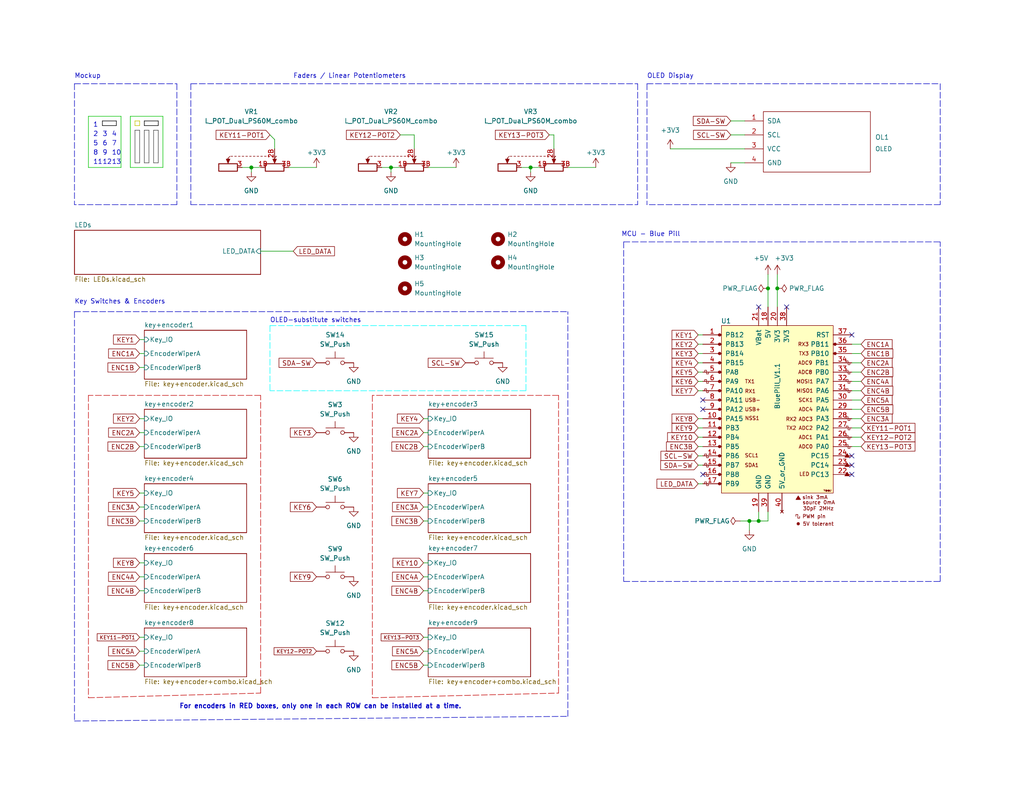
<source format=kicad_sch>
(kicad_sch (version 20211123) (generator eeschema)
  (paper "USLetter")
  (title_block (rev "v${revision}"))
  (lib_symbols
    (symbol "Mechanical:MountingHole" (pin_names (offset 1.016))
      (property "Reference" "H" (at 0 5.08 0))
      (property "Value" "MountingHole" (at 0 3.175 0))
      (symbol "MountingHole_0_1"
        (circle (center 0 0) (radius 1.27) (stroke (width 1.27)))
      )
    )
    (symbol "PS60 Linear Potentiometer:L_POT_Dual_PS60M_combo" (pin_names (offset 1.016) hide)
      (property "Reference" "VR" (at 0 8.89 0))
      (property "Value" "L_POT_Dual_PS60M_combo" (at 0 6.985 0))
      (symbol "L_POT_Dual_PS60M_combo_0_1"
        (rectangle (start -8.89 -1.524) (end -3.81 -3.556) (stroke (width 0.254)))
        (polyline (pts (xy -6.35 0) (xy -6.35 -1.016)))
        (polyline (pts (xy -6.35 0) (xy -6.35 -1.016)))
        (polyline (pts (xy -6.35 0) (xy -5.842 0.508)))
        (polyline (pts (xy -5.588 0.508) (xy -5.08 0.508)))
        (polyline (pts (xy -4.572 0.508) (xy -4.064 0.508)))
        (polyline (pts (xy -3.556 0.508) (xy -3.048 0.508)))
        (polyline (pts (xy -2.54 0.508) (xy -2.032 0.508)))
        (polyline (pts (xy -1.524 0.508) (xy -1.016 0.508)))
        (polyline (pts (xy -0.508 0.508) (xy 0 0.508)))
        (polyline (pts (xy 0.508 0.508) (xy 1.016 0.508)))
        (polyline (pts (xy 1.524 0.508) (xy 2.032 0.508)))
        (polyline (pts (xy 2.54 0.508) (xy 3.048 0.508)))
        (polyline (pts (xy 3.556 0.508) (xy 4.064 0.508)))
        (polyline (pts (xy 4.572 0.508) (xy 5.08 0.508)))
        (polyline (pts (xy 5.588 0.508) (xy 6.096 0.508)))
        (polyline (pts (xy 6.35 0) (xy 6.35 -1.016)))
        (polyline (pts (xy 6.35 0) (xy 6.35 -1.016)))
        (polyline (pts (xy 6.604 0.508) (xy 6.858 0.508) (xy 6.35 0)))
        (polyline (pts (xy -6.35 -1.397) (xy -6.858 -0.254) (xy -5.842 -0.254) (xy -6.35 -1.397)) (fill (type outline)))
        (polyline (pts (xy 6.35 -1.397) (xy 5.842 -0.254) (xy 6.858 -0.254) (xy 6.35 -1.397)) (fill (type outline)))
        (rectangle (start 3.81 -1.524) (end 8.89 -3.556) (stroke (width 0.254)))
      )
      (symbol "L_POT_Dual_PS60M_combo_1_1"
        (pin passive line (at 2.54 -2.54 0) (length 1.27) (name "1B") (number "1B"))
        (pin passive line (at 6.35 2.54 270) (length 2.54) (name "2B") (number "2B"))
        (pin passive line (at -2.54 -2.54 180) (length 1.27) (name "3") (number "3"))
        (pin passive line (at 10.16 -2.54 180) (length 1.27) (name "3B") (number "3B"))
      )
    )
    (symbol "Switch:SW_Push" (pin_numbers hide) (pin_names (offset 1.016) hide)
      (property "Reference" "SW" (at 1.27 2.54 0))
      (property "Value" "SW_Push" (at 0 -1.524 0))
      (symbol "SW_Push_0_1"
        (circle (center -2.032 0) (radius 0.508))
        (polyline (pts (xy 0 1.27) (xy 0 3.048)))
        (polyline (pts (xy 2.54 1.27) (xy -2.54 1.27)))
        (circle (center 2.032 0) (radius 0.508))
        (pin passive line (at -5.08 0 0) (length 2.54) (name "1") (number "1"))
        (pin passive line (at 5.08 0 180) (length 2.54) (name "2") (number "2"))
      )
    )
    (symbol "YAAJ_BluePill_modified:YAAJ_BluePill_BHTS" (pin_names (offset 1.016))
      (property "Reference" "U" (at -13.97 24.13 0))
      (property "Value" "YAAJ_BluePill_BHTS" (at 0 6.35 90))
      (symbol "YAAJ_BluePill_BHTS_0_0"
        (circle (center -15.748 -20.32) (radius 0.3556) (fill (type outline)))
        (circle (center -15.748 -17.78) (radius 0.3556) (fill (type outline)))
        (circle (center -15.748 -15.24) (radius 0.3556) (fill (type outline)))
        (circle (center -15.748 -12.7) (radius 0.3556) (fill (type outline)))
        (circle (center -15.748 -10.16) (radius 0.3556) (fill (type outline)))
        (circle (center -15.748 -7.62) (radius 0.3556) (fill (type outline)))
        (circle (center -15.748 -5.08) (radius 0.3556) (fill (type outline)))
        (circle (center -15.748 -2.54) (radius 0.3556) (fill (type outline)))
        (circle (center -15.748 0) (radius 0.3556) (fill (type outline)))
        (circle (center -15.748 2.54) (radius 0.3556) (fill (type outline)))
        (circle (center -15.748 5.08) (radius 0.3556) (fill (type outline)))
        (circle (center -15.748 7.62) (radius 0.3556) (fill (type outline)))
        (circle (center -15.748 10.16) (radius 0.3556) (fill (type outline)))
        (circle (center -15.748 12.7) (radius 0.3556) (fill (type outline)))
        (circle (center -15.748 15.24) (radius 0.3556) (fill (type outline)))
        (circle (center -15.748 20.32) (radius 0.3556) (fill (type outline)))
        (polyline (pts (xy 5.08 -24.638) (xy 5.715 -23.622) (xy 6.35 -24.638) (xy 5.08 -24.638) (xy 5.715 -23.749) (xy 6.223 -24.638) (xy 5.207 -24.511) (xy 5.715 -23.876) (xy 6.096 -24.638) (xy 5.334 -24.384) (xy 5.842 -24.003) (xy 5.969 -24.638) (xy 5.461 -24.257) (xy 5.969 -24.13) (xy 5.842 -24.511) (xy 5.588 -24.257) (xy 5.842 -24.384) (xy 5.715 -24.13)))
        (polyline (pts (xy 18.415 -18.161) (xy 19.05 -17.145) (xy 19.685 -18.161) (xy 18.415 -18.161) (xy 19.05 -17.272) (xy 19.558 -18.161) (xy 18.542 -18.034) (xy 19.05 -17.399) (xy 19.431 -18.161) (xy 18.669 -17.907) (xy 19.177 -17.526) (xy 19.304 -18.161) (xy 18.796 -17.78) (xy 19.304 -17.653) (xy 19.177 -18.034) (xy 18.923 -17.78) (xy 19.177 -17.907) (xy 19.05 -17.653)))
        (polyline (pts (xy 18.415 -15.621) (xy 19.05 -14.605) (xy 19.685 -15.621) (xy 18.415 -15.621) (xy 19.05 -14.732) (xy 19.558 -15.621) (xy 18.542 -15.494) (xy 19.05 -14.859) (xy 19.431 -15.621) (xy 18.669 -15.367) (xy 19.177 -14.986) (xy 19.304 -15.621) (xy 18.796 -15.24) (xy 19.304 -15.113) (xy 19.177 -15.494) (xy 18.923 -15.24) (xy 19.177 -15.367) (xy 19.05 -15.113)))
        (polyline (pts (xy 18.415 -13.081) (xy 19.05 -12.065) (xy 19.685 -13.081) (xy 18.415 -13.081) (xy 19.05 -12.192) (xy 19.558 -13.081) (xy 18.542 -12.954) (xy 19.05 -12.319) (xy 19.431 -13.081) (xy 18.669 -12.827) (xy 19.177 -12.446) (xy 19.304 -13.081) (xy 18.796 -12.7) (xy 19.304 -12.573) (xy 19.177 -12.954) (xy 18.923 -12.7) (xy 19.177 -12.827) (xy 19.05 -12.573)))
        (circle (center 5.715 -31.242) (radius 0.127) (fill (type outline)))
        (circle (center 5.715 -31.242) (radius 0.254))
        (circle (center 5.715 -31.242) (radius 0.3556))
        (circle (center 15.748 15.24) (radius 0.254) (fill (type outline)))
        (circle (center 15.748 15.24) (radius 0.3556))
        (circle (center 15.748 17.78) (radius 0.254) (fill (type outline)))
        (circle (center 15.748 17.78) (radius 0.3556))
        (text "30pF 2MHz" (at 11.176 -27.051 0) (effects (font (size 0.9906 0.9906))))
        (text "5V tolerant" (at 11.176 -31.242 0) (effects (font (size 0.9906 0.9906))))
        (text "ADC0" (at 7.747 -10.16 0) (effects (font (size 0.9906 0.9906))))
        (text "ADC1" (at 7.747 -7.62 0) (effects (font (size 0.9906 0.9906))))
        (text "ADC2" (at 7.747 -5.08 0) (effects (font (size 0.9906 0.9906))))
        (text "ADC3" (at 7.747 -2.667 0) (effects (font (size 0.9906 0.9906))))
        (text "ADC4" (at 7.747 0 0) (effects (font (size 0.9906 0.9906))))
        (text "ADC8" (at 7.62 10.16 0) (effects (font (size 0.9906 0.9906))))
        (text "ADC9" (at 7.62 12.7 0) (effects (font (size 0.9906 0.9906))))
        (text "LED" (at 7.366 -17.653 0) (effects (font (size 0.9906 0.9906))))
        (text "MISO1" (at 7.493 5.08 0) (effects (font (size 0.9906 0.9906))))
        (text "MOSI1" (at 7.493 7.62 0) (effects (font (size 0.9906 0.9906))))
        (text "NSS1" (at -6.858 -2.413 0) (effects (font (size 0.9906 0.9906))))
        (text "PWM pin" (at 10.033 -29.21 0) (effects (font (size 0.9906 0.9906))))
        (text "RX1" (at -7.366 4.953 0) (effects (font (size 0.9906 0.9906))))
        (text "RX2" (at 3.81 -2.667 0) (effects (font (size 0.9906 0.9906))))
        (text "RX3" (at 7.112 17.78 0) (effects (font (size 0.9906 0.9906))))
        (text "SCK1" (at 7.747 2.54 0) (effects (font (size 0.9906 0.9906))))
        (text "SCL1" (at -6.985 -12.573 0) (effects (font (size 0.9906 0.9906))))
        (text "SDA1" (at -6.985 -15.24 0) (effects (font (size 0.9906 0.9906))))
        (text "sink 3mA" (at 10.287 -24.003 0) (effects (font (size 0.9906 0.9906))))
        (text "source 0mA" (at 11.303 -25.4 0) (effects (font (size 0.9906 0.9906))))
        (text "TX1" (at -7.493 7.62 0) (effects (font (size 0.9906 0.9906))))
        (text "TX2" (at 3.81 -5.08 0) (effects (font (size 0.9906 0.9906))))
        (text "TX3" (at 7.239 15.24 0) (effects (font (size 0.9906 0.9906))))
        (text "USB+" (at -6.731 0 0) (effects (font (size 0.9906 0.9906))))
        (text "USB-" (at -6.731 2.54 0) (effects (font (size 0.9906 0.9906))))
        (text "Y@@J" (at 13.6906 -22.1488 0) (effects (font (size 0.508 0.508))))
      )
      (symbol "YAAJ_BluePill_BHTS_0_1"
        (rectangle (start -15.24 22.86) (end 15.24 -22.86) (fill (type background)))
        (polyline (pts (xy -18.796 -20.32) (xy -18.796 -20.828) (xy -19.304 -20.828) (xy -19.304 -19.812) (xy -19.812 -19.812) (xy -19.812 -20.32)))
        (polyline (pts (xy -18.796 -17.78) (xy -18.796 -18.288) (xy -19.304 -18.288) (xy -19.304 -17.272) (xy -19.812 -17.272) (xy -19.812 -17.78)))
        (polyline (pts (xy -18.796 -15.24) (xy -18.796 -15.748) (xy -19.304 -15.748) (xy -19.304 -14.732) (xy -19.812 -14.732) (xy -19.812 -15.24)))
        (polyline (pts (xy -18.796 -12.7) (xy -18.796 -13.208) (xy -19.304 -13.208) (xy -19.304 -12.192) (xy -19.812 -12.192) (xy -19.812 -12.7)))
        (polyline (pts (xy -18.796 5.08) (xy -18.796 4.572) (xy -19.304 4.572) (xy -19.304 5.588) (xy -19.812 5.588) (xy -19.812 5.08)))
        (polyline (pts (xy -18.796 7.62) (xy -18.796 7.112) (xy -19.304 7.112) (xy -19.304 8.128) (xy -19.812 8.128) (xy -19.812 7.62)))
        (polyline (pts (xy -18.796 10.16) (xy -18.796 9.652) (xy -19.304 9.652) (xy -19.304 10.668) (xy -19.812 10.668) (xy -19.812 10.16)))
        (polyline (pts (xy 6.096 -29.21) (xy 6.096 -29.718) (xy 5.588 -29.718) (xy 5.588 -28.702) (xy 5.08 -28.702) (xy 5.08 -29.21)))
        (polyline (pts (xy 19.812 -10.16) (xy 19.812 -10.668) (xy 19.304 -10.668) (xy 19.304 -9.652) (xy 18.796 -9.652) (xy 18.796 -10.16)))
        (polyline (pts (xy 19.812 -7.62) (xy 19.812 -8.128) (xy 19.304 -8.128) (xy 19.304 -7.112) (xy 18.796 -7.112) (xy 18.796 -7.62)))
        (polyline (pts (xy 19.812 -5.08) (xy 19.812 -5.588) (xy 19.304 -5.588) (xy 19.304 -4.572) (xy 18.796 -4.572) (xy 18.796 -5.08)))
        (polyline (pts (xy 19.812 -2.54) (xy 19.812 -3.048) (xy 19.304 -3.048) (xy 19.304 -2.032) (xy 18.796 -2.032) (xy 18.796 -2.54)))
        (polyline (pts (xy 19.812 5.08) (xy 19.812 4.572) (xy 19.304 4.572) (xy 19.304 5.588) (xy 18.796 5.588) (xy 18.796 5.08)))
        (polyline (pts (xy 19.812 7.62) (xy 19.812 7.112) (xy 19.304 7.112) (xy 19.304 8.128) (xy 18.796 8.128) (xy 18.796 7.62)))
        (polyline (pts (xy 19.812 10.16) (xy 19.812 9.652) (xy 19.304 9.652) (xy 19.304 10.668) (xy 18.796 10.668) (xy 18.796 10.16)))
        (polyline (pts (xy 19.812 12.7) (xy 19.812 12.192) (xy 19.304 12.192) (xy 19.304 13.208) (xy 18.796 13.208) (xy 18.796 12.7)))
      )
      (symbol "YAAJ_BluePill_BHTS_1_1"
        (circle (center -15.748 17.78) (radius 0.3556) (fill (type outline)))
        (pin bidirectional line (at -20.32 20.32 0) (length 5.08) (name "PB12") (number "1"))
        (pin bidirectional line (at -20.32 -2.54 0) (length 5.08) (name "PA15") (number "10"))
        (pin bidirectional line (at -20.32 -5.08 0) (length 5.08) (name "PB3") (number "11"))
        (pin bidirectional line (at -20.32 -7.62 0) (length 5.08) (name "PB4") (number "12"))
        (pin bidirectional line (at -20.32 -10.16 0) (length 5.08) (name "PB5") (number "13"))
        (pin bidirectional line (at -20.32 -12.7 0) (length 5.08) (name "PB6") (number "14"))
        (pin bidirectional line (at -20.32 -15.24 0) (length 5.08) (name "PB7") (number "15"))
        (pin bidirectional line (at -20.32 -17.78 0) (length 5.08) (name "PB8") (number "16"))
        (pin bidirectional line (at -20.32 -20.32 0) (length 5.08) (name "PB9") (number "17"))
        (pin power_in line (at -2.54 27.94 270) (length 5.08) (name "5V") (number "18"))
        (pin power_in line (at -5.08 -27.94 90) (length 5.08) (name "GND") (number "19"))
        (pin bidirectional line (at -20.32 17.78 0) (length 5.08) (name "PB13") (number "2"))
        (pin power_in line (at 0 27.94 270) (length 5.08) (name "3V3") (number "20"))
        (pin power_in line (at -5.08 27.94 270) (length 5.08) (name "VBat") (number "21"))
        (pin bidirectional line (at 20.32 -17.78 180) (length 5.08) (name "PC13") (number "22"))
        (pin bidirectional line (at 20.32 -15.24 180) (length 5.08) (name "PC14") (number "23"))
        (pin bidirectional line (at 20.32 -12.7 180) (length 5.08) (name "PC15") (number "24"))
        (pin bidirectional line (at 20.32 -10.16 180) (length 5.08) (name "PA0") (number "25"))
        (pin bidirectional line (at 20.32 -7.62 180) (length 5.08) (name "PA1") (number "26"))
        (pin bidirectional line (at 20.32 -5.08 180) (length 5.08) (name "PA2") (number "27"))
        (pin bidirectional line (at 20.32 -2.54 180) (length 5.08) (name "PA3") (number "28"))
        (pin bidirectional line (at 20.32 0 180) (length 5.08) (name "PA4") (number "29"))
        (pin bidirectional line (at -20.32 15.24 0) (length 5.08) (name "PB14") (number "3"))
        (pin bidirectional line (at 20.32 2.54 180) (length 5.08) (name "PA5") (number "30"))
        (pin bidirectional line (at 20.32 5.08 180) (length 5.08) (name "PA6") (number "31"))
        (pin bidirectional line (at 20.32 7.62 180) (length 5.08) (name "PA7") (number "32"))
        (pin bidirectional line (at 20.32 10.16 180) (length 5.08) (name "PB0") (number "33"))
        (pin bidirectional line (at 20.32 12.7 180) (length 5.08) (name "PB1") (number "34"))
        (pin bidirectional line (at 20.32 15.24 180) (length 5.08) (name "PB10") (number "35"))
        (pin bidirectional line (at 20.32 17.78 180) (length 5.08) (name "PB11") (number "36"))
        (pin input line (at 20.32 20.32 180) (length 5.08) (name "RST") (number "37"))
        (pin power_in line (at 2.54 27.94 270) (length 5.08) (name "3V3") (number "38"))
        (pin power_in line (at -2.54 -27.94 90) (length 5.08) (name "GND") (number "39"))
        (pin bidirectional line (at -20.32 12.7 0) (length 5.08) (name "PB15") (number "4"))
        (pin no_connect line (at 1.27 -27.94 90) (length 5.08) (name "5V_or_GND") (number "40"))
        (pin bidirectional line (at -20.32 10.16 0) (length 5.08) (name "PA8") (number "5"))
        (pin bidirectional line (at -20.32 7.62 0) (length 5.08) (name "PA9") (number "6"))
        (pin bidirectional line (at -20.32 5.08 0) (length 5.08) (name "PA10") (number "7"))
        (pin bidirectional line (at -20.32 2.54 0) (length 5.08) (name "PA11") (number "8"))
        (pin bidirectional line (at -20.32 0 0) (length 5.08) (name "PA12") (number "9"))
      )
    )
    (symbol "kbd:OLED" (pin_names (offset 1.016))
      (property "Reference" "OL" (at 0 2.54 0))
      (property "Value" "OLED" (at 0 -1.27 0))
      (property "Footprint" "KBD-footprints:OLED_v2" (at 0 2.54 0))
      (symbol "OLED_0_1"
        (rectangle (start -13.97 8.89) (end 15.24 -7.62))
      )
      (symbol "OLED_1_1"
        (pin bidirectional line (at -19.05 6.35 0) (length 5.08) (name "SDA") (number "1"))
        (pin bidirectional line (at -19.05 2.54 0) (length 5.08) (name "SCL") (number "2"))
        (pin power_in line (at -19.05 -1.27 0) (length 5.08) (name "VCC") (number "3"))
        (pin power_in line (at -19.05 -5.08 0) (length 5.08) (name "GND") (number "4"))
      )
    )
    (symbol "power:+3V3" (power) (pin_names (offset 0))
      (property "Value" "+3V3" (at 0 3.556 0))
      (symbol "+3V3_0_1"
        (polyline (pts (xy -0.762 1.27) (xy 0 2.54)))
        (polyline (pts (xy 0 0) (xy 0 2.54)))
        (polyline (pts (xy 0 2.54) (xy 0.762 1.27)))
      )
      (symbol "+3V3_1_1"
        (pin power_in line (at 0 0 90) (length 0) hide (name "+3V3") (number "1"))
      )
    )
    (symbol "power:+5V" (power) (pin_names (offset 0))
      (property "Value" "+5V" (at 0 3.556 0))
      (symbol "+5V_0_1"
        (polyline (pts (xy -0.762 1.27) (xy 0 2.54)))
        (polyline (pts (xy 0 0) (xy 0 2.54)))
        (polyline (pts (xy 0 2.54) (xy 0.762 1.27)))
      )
      (symbol "+5V_1_1"
        (pin power_in line (at 0 0 90) (length 0) hide (name "+5V") (number "1"))
      )
    )
    (symbol "power:GND" (power) (pin_names (offset 0))
      (property "Value" "GND" (at 0 -3.81 0))
      (symbol "GND_0_1"
        (polyline (pts (xy 0 0) (xy 0 -1.27) (xy 1.27 -1.27) (xy 0 -2.54) (xy -1.27 -1.27) (xy 0 -1.27)))
      )
      (symbol "GND_1_1"
        (pin power_in line (at 0 0 270) (length 0) hide (name "GND") (number "1"))
      )
    )
    (symbol "power:PWR_FLAG" (power) (pin_numbers hide) (pin_names (offset 0) hide)
      (property "Value" "PWR_FLAG" (at 0 3.81 0))
      (symbol "PWR_FLAG_0_0"
        (pin power_out line (at 0 0 90) (length 0) (name "pwr") (number "1"))
      )
      (symbol "PWR_FLAG_0_1"
        (polyline (pts (xy 0 0) (xy 0 1.27) (xy -1.016 1.905) (xy 0 2.54) (xy 1.016 1.905) (xy 0 1.27)))
      )
    )
  )
  (junction (at 144.78 45.72))
  (junction (at 209.55 78.74))
  (junction (at 68.58 45.72))
  (junction (at 204.47 142.24))
  (junction (at 207.01 142.24))
  (junction (at 106.68 45.72))
  (junction (at 212.09 78.74))
  (no_connect (at 191.77 129.54))
  (no_connect (at 232.41 127))
  (no_connect (at 232.41 124.46))
  (no_connect (at 232.41 129.54))
  (no_connect (at 214.63 83.82))
  (no_connect (at 191.77 111.76))
  (no_connect (at 191.77 109.22))
  (no_connect (at 232.41 91.44))
  (no_connect (at 207.01 83.82))
  (wire (pts (xy 209.55 74.93) (xy 209.55 78.74)))
  (wire (pts (xy 209.55 78.74) (xy 209.55 83.82)))
  (wire (pts (xy 204.47 142.24) (xy 207.01 142.24)))
  (wire (pts (xy 38.1 138.43) (xy 39.37 138.43)))
  (polyline (pts (xy 170.18 66.04) (xy 170.18 158.75)))
  (polyline (pts (xy 38.1 34.29) (xy 36.83 34.29)) (stroke (width 0) (type solid) (color 194 194 0 1)))
  (wire (pts (xy 115.57 181.61) (xy 116.84 181.61)))
  (polyline (pts (xy 36.83 33.02) (xy 38.1 33.02)) (stroke (width 0) (type solid) (color 194 194 0 1)))
  (wire (pts (xy 151.13 36.83) (xy 151.13 40.64)))
  (wire (pts (xy 115.57 157.48) (xy 116.84 157.48)))
  (wire (pts (xy 71.12 68.58) (xy 80.01 68.58)))
  (wire (pts (xy 147.32 45.72) (xy 144.78 45.72)))
  (wire (pts (xy 66.04 45.72) (xy 68.58 45.72)))
  (polyline (pts (xy 36.83 35.56) (xy 38.1 35.56)) (stroke (width 0) (type solid) (color 72 72 72 1)))
  (polyline (pts (xy 43.18 33.02) (xy 43.18 34.29)) (stroke (width 0) (type solid) (color 0 0 0 1)))
  (polyline (pts (xy 48.26 55.88) (xy 20.32 55.88)))
  (wire (pts (xy 113.03 36.83) (xy 109.22 36.83)))
  (wire (pts (xy 234.95 116.84) (xy 232.41 116.84)))
  (polyline (pts (xy 39.37 44.45) (xy 40.64 44.45)) (stroke (width 0) (type solid) (color 72 72 72 1)))
  (wire (pts (xy 234.95 104.14) (xy 232.41 104.14)))
  (wire (pts (xy 38.1 121.92) (xy 39.37 121.92)))
  (wire (pts (xy 234.95 121.92) (xy 232.41 121.92)))
  (wire (pts (xy 201.93 142.24) (xy 204.47 142.24)))
  (polyline (pts (xy 52.07 55.88) (xy 173.99 55.88)))
  (polyline (pts (xy 20.32 22.86) (xy 48.26 22.86)))
  (polyline (pts (xy 24.13 190.5) (xy 71.12 189.23)) (stroke (width 0) (color 194 0 0 1)))
  (polyline (pts (xy 41.91 44.45) (xy 43.18 44.45)) (stroke (width 0) (type solid) (color 72 72 72 1)))
  (wire (pts (xy 190.5 104.14) (xy 191.77 104.14)))
  (polyline (pts (xy 41.91 35.56) (xy 41.91 44.45)) (stroke (width 0) (type solid) (color 72 72 72 1)))
  (wire (pts (xy 190.5 127) (xy 191.77 127)))
  (wire (pts (xy 234.95 109.22) (xy 232.41 109.22)))
  (wire (pts (xy 115.57 161.29) (xy 116.84 161.29)))
  (wire (pts (xy 190.5 96.52) (xy 191.77 96.52)))
  (wire (pts (xy 207.01 139.7) (xy 207.01 142.24)))
  (polyline (pts (xy 143.51 88.9) (xy 143.51 106.68)) (stroke (width 0) (color 0 255 255 1)))
  (wire (pts (xy 115.57 173.99) (xy 116.84 173.99)))
  (wire (pts (xy 190.5 106.68) (xy 191.77 106.68)))
  (wire (pts (xy 109.22 45.72) (xy 106.68 45.72)))
  (wire (pts (xy 106.68 45.72) (xy 106.68 46.99)))
  (wire (pts (xy 234.95 101.6) (xy 232.41 101.6)))
  (polyline (pts (xy 31.75 34.29) (xy 27.94 34.29)) (stroke (width 0) (type solid) (color 0 0 0 1)))
  (wire (pts (xy 38.1 134.62) (xy 39.37 134.62)))
  (polyline (pts (xy 36.83 35.56) (xy 36.83 44.45)) (stroke (width 0) (type solid) (color 72 72 72 1)))
  (wire (pts (xy 182.88 40.64) (xy 203.2 40.64)))
  (polyline (pts (xy 176.53 22.86) (xy 176.53 55.88)))
  (wire (pts (xy 74.93 38.1) (xy 73.66 36.83)))
  (wire (pts (xy 115.57 142.24) (xy 116.84 142.24)))
  (wire (pts (xy 234.95 119.38) (xy 232.41 119.38)))
  (polyline (pts (xy 173.99 22.86) (xy 173.99 55.88)))
  (polyline (pts (xy 38.1 44.45) (xy 38.1 35.56)) (stroke (width 0) (type solid) (color 72 72 72 1)))
  (wire (pts (xy 190.5 114.3) (xy 191.77 114.3)))
  (wire (pts (xy 115.57 121.92) (xy 116.84 121.92)))
  (polyline (pts (xy 73.66 88.9) (xy 143.51 88.9)) (stroke (width 0) (color 0 255 255 1)))
  (polyline (pts (xy 170.18 66.04) (xy 256.54 66.04)))
  (polyline (pts (xy 20.32 196.85) (xy 154.94 195.58)))
  (polyline (pts (xy 154.94 195.58) (xy 154.94 85.09)))
  (wire (pts (xy 234.95 106.68) (xy 232.41 106.68)))
  (wire (pts (xy 38.1 161.29) (xy 39.37 161.29)))
  (wire (pts (xy 234.95 93.98) (xy 232.41 93.98)))
  (polyline (pts (xy 40.64 44.45) (xy 40.64 35.56)) (stroke (width 0) (type solid) (color 72 72 72 1)))
  (wire (pts (xy 149.86 36.83) (xy 151.13 36.83)))
  (polyline (pts (xy 73.66 88.9) (xy 73.66 106.68)) (stroke (width 0) (color 0 255 255 1)))
  (wire (pts (xy 38.1 173.99) (xy 39.37 173.99)))
  (wire (pts (xy 78.74 45.72) (xy 86.36 45.72)))
  (polyline (pts (xy 44.45 31.75) (xy 44.45 45.72)) (stroke (width 0) (type solid) (color 0 194 0 1)))
  (polyline (pts (xy 176.53 22.86) (xy 256.54 22.86)))
  (polyline (pts (xy 36.83 44.45) (xy 38.1 44.45)) (stroke (width 0) (type solid) (color 72 72 72 1)))
  (wire (pts (xy 38.1 92.71) (xy 39.37 92.71)))
  (wire (pts (xy 74.93 40.64) (xy 74.93 38.1)))
  (wire (pts (xy 115.57 118.11) (xy 116.84 118.11)))
  (polyline (pts (xy 33.02 31.75) (xy 33.02 45.72)) (stroke (width 0) (type solid) (color 0 194 0 1)))
  (wire (pts (xy 142.24 45.72) (xy 144.78 45.72)))
  (polyline (pts (xy 27.94 33.02) (xy 31.75 33.02)) (stroke (width 0) (type solid) (color 0 0 0 1)))
  (wire (pts (xy 234.95 111.76) (xy 232.41 111.76)))
  (polyline (pts (xy 101.6 107.95) (xy 101.6 190.5)) (stroke (width 0) (color 194 0 0 1)))
  (polyline (pts (xy 24.13 107.95) (xy 24.13 190.5)) (stroke (width 0) (color 194 0 0 1)))
  (polyline (pts (xy 152.4 189.23) (xy 152.4 107.95)) (stroke (width 0) (color 194 0 0 1)))
  (wire (pts (xy 38.1 157.48) (xy 39.37 157.48)))
  (polyline (pts (xy 43.18 44.45) (xy 43.18 35.56)) (stroke (width 0) (type solid) (color 72 72 72 1)))
  (wire (pts (xy 115.57 138.43) (xy 116.84 138.43)))
  (wire (pts (xy 203.2 44.45) (xy 199.39 44.45)))
  (wire (pts (xy 190.5 93.98) (xy 191.77 93.98)))
  (polyline (pts (xy 256.54 22.86) (xy 256.54 55.88)))
  (wire (pts (xy 207.01 142.24) (xy 209.55 142.24)))
  (wire (pts (xy 38.1 114.3) (xy 39.37 114.3)))
  (polyline (pts (xy 41.91 35.56) (xy 43.18 35.56)) (stroke (width 0) (type solid) (color 72 72 72 1)))
  (polyline (pts (xy 31.75 33.02) (xy 31.75 34.29)) (stroke (width 0) (type solid) (color 0 0 0 1)))
  (wire (pts (xy 190.5 99.06) (xy 191.77 99.06)))
  (wire (pts (xy 190.5 132.08) (xy 191.77 132.08)))
  (polyline (pts (xy 48.26 22.86) (xy 48.26 55.88)))
  (wire (pts (xy 144.78 45.72) (xy 144.78 46.99)))
  (wire (pts (xy 190.5 121.92) (xy 191.77 121.92)))
  (polyline (pts (xy 24.13 31.75) (xy 33.02 31.75)) (stroke (width 0) (type solid) (color 0 194 0 1)))
  (wire (pts (xy 113.03 40.64) (xy 113.03 36.83)))
  (polyline (pts (xy 256.54 158.75) (xy 256.54 66.04)))
  (wire (pts (xy 71.12 45.72) (xy 68.58 45.72)))
  (polyline (pts (xy 39.37 33.02) (xy 39.37 34.29)) (stroke (width 0) (type solid) (color 0 0 0 1)))
  (wire (pts (xy 234.95 99.06) (xy 232.41 99.06)))
  (wire (pts (xy 212.09 74.93) (xy 212.09 78.74)))
  (wire (pts (xy 190.5 116.84) (xy 191.77 116.84)))
  (polyline (pts (xy 35.56 31.75) (xy 44.45 31.75)) (stroke (width 0) (type solid) (color 0 194 0 1)))
  (wire (pts (xy 209.55 142.24) (xy 209.55 139.7)))
  (wire (pts (xy 115.57 153.67) (xy 116.84 153.67)))
  (wire (pts (xy 190.5 124.46) (xy 191.77 124.46)))
  (polyline (pts (xy 101.6 190.5) (xy 152.4 189.23)) (stroke (width 0) (color 194 0 0 1)))
  (wire (pts (xy 38.1 142.24) (xy 39.37 142.24)))
  (wire (pts (xy 190.5 101.6) (xy 191.77 101.6)))
  (polyline (pts (xy 35.56 31.75) (xy 35.56 45.72)) (stroke (width 0) (type solid) (color 0 194 0 1)))
  (polyline (pts (xy 170.18 158.75) (xy 256.54 158.75)))
  (wire (pts (xy 190.5 91.44) (xy 191.77 91.44)))
  (polyline (pts (xy 44.45 45.72) (xy 35.56 45.72)) (stroke (width 0) (type solid) (color 0 194 0 1)))
  (polyline (pts (xy 24.13 31.75) (xy 24.13 45.72)) (stroke (width 0) (type solid) (color 0 194 0 1)))
  (polyline (pts (xy 20.32 85.09) (xy 154.94 85.09)))
  (polyline (pts (xy 39.37 35.56) (xy 39.37 44.45)) (stroke (width 0) (type solid) (color 72 72 72 1)))
  (wire (pts (xy 38.1 181.61) (xy 39.37 181.61)))
  (polyline (pts (xy 71.12 189.23) (xy 71.12 107.95)) (stroke (width 0) (color 194 0 0 1)))
  (wire (pts (xy 199.39 36.83) (xy 203.2 36.83)))
  (polyline (pts (xy 52.07 22.86) (xy 173.99 22.86)))
  (polyline (pts (xy 39.37 35.56) (xy 40.64 35.56)) (stroke (width 0) (type solid) (color 72 72 72 1)))
  (wire (pts (xy 115.57 134.62) (xy 116.84 134.62)))
  (polyline (pts (xy 20.32 22.86) (xy 20.32 55.88)))
  (polyline (pts (xy 71.12 107.95) (xy 24.13 107.95)) (stroke (width 0) (color 194 0 0 1)))
  (wire (pts (xy 38.1 153.67) (xy 39.37 153.67)))
  (wire (pts (xy 116.84 45.72) (xy 124.46 45.72)))
  (wire (pts (xy 115.57 114.3) (xy 116.84 114.3)))
  (polyline (pts (xy 256.54 55.88) (xy 176.53 55.88)))
  (polyline (pts (xy 20.32 85.09) (xy 20.32 196.85)))
  (wire (pts (xy 38.1 177.8) (xy 39.37 177.8)))
  (polyline (pts (xy 152.4 107.95) (xy 101.6 107.95)) (stroke (width 0) (color 194 0 0 1)))
  (wire (pts (xy 234.95 96.52) (xy 232.41 96.52)))
  (polyline (pts (xy 52.07 22.86) (xy 52.07 55.88)))
  (wire (pts (xy 154.94 45.72) (xy 162.56 45.72)))
  (polyline (pts (xy 143.51 106.68) (xy 73.66 106.68)) (stroke (width 0) (color 0 255 255 1)))
  (polyline (pts (xy 38.1 33.02) (xy 38.1 34.29)) (stroke (width 0) (type solid) (color 194 194 0 1)))
  (polyline (pts (xy 43.18 34.29) (xy 39.37 34.29)) (stroke (width 0) (type solid) (color 0 0 0 1)))
  (wire (pts (xy 104.14 45.72) (xy 106.68 45.72)))
  (wire (pts (xy 38.1 100.33) (xy 39.37 100.33)))
  (wire (pts (xy 115.57 177.8) (xy 116.84 177.8)))
  (wire (pts (xy 68.58 45.72) (xy 68.58 46.99)))
  (polyline (pts (xy 27.94 33.02) (xy 27.94 34.29)) (stroke (width 0) (type solid) (color 0 0 0 1)))
  (polyline (pts (xy 36.83 33.02) (xy 36.83 34.29)) (stroke (width 0) (type solid) (color 194 194 0 1)))
  (polyline (pts (xy 33.02 45.72) (xy 24.13 45.72)) (stroke (width 0) (type solid) (color 0 194 0 1)))
  (wire (pts (xy 234.95 114.3) (xy 232.41 114.3)))
  (wire (pts (xy 204.47 142.24) (xy 204.47 144.78)))
  (wire (pts (xy 38.1 118.11) (xy 39.37 118.11)))
  (wire (pts (xy 212.09 78.74) (xy 212.09 83.82)))
  (wire (pts (xy 199.39 33.02) (xy 203.2 33.02)))
  (wire (pts (xy 190.5 119.38) (xy 191.77 119.38)))
  (wire (pts (xy 38.1 96.52) (xy 39.37 96.52)))
  (polyline (pts (xy 39.37 33.02) (xy 43.18 33.02)) (stroke (width 0) (type solid) (color 0 0 0 1)))
  (text "8" (at 25.4 42.545 0) (effects (font (size 1.27 1.27)) (justify left bottom)))
  (text "13" (at 30.48 45.085 0) (effects (font (size 1.27 1.27)) (justify left bottom)))
  (text "Faders / Linear Potentiometers" (at 80.01 21.59 0) (effects (font (size 1.27 1.27)) (justify left bottom)))
  (text "MCU - Blue Pill" (at 169.545 64.77 0) (effects (font (size 1.27 1.27)) (justify left bottom)))
  (text "1" (at 25.4 34.925 0) (effects (font (size 1.27 1.27)) (justify left bottom)))
  (text "6" (at 27.94 40.005 0) (effects (font (size 1.27 1.27)) (justify left bottom)))
  (text "11" (at 25.4 45.085 0) (effects (font (size 1.27 1.27)) (justify left bottom)))
  (text "7" (at 30.48 40.005 0) (effects (font (size 1.27 1.27)) (justify left bottom)))
  (text "9" (at 27.94 42.545 0) (effects (font (size 1.27 1.27)) (justify left bottom)))
  (text "OLED Display" (at 176.53 21.59 0) (effects (font (size 1.27 1.27)) (justify left bottom)))
  (text "4" (at 30.48 37.465 0) (effects (font (size 1.27 1.27)) (justify left bottom)))
  (text "Mockup" (at 20.32 21.59 0) (effects (font (size 1.27 1.27)) (justify left bottom)))
  (text "3" (at 27.94 37.465 0) (effects (font (size 1.27 1.27)) (justify left bottom)))
  (text "For encoders in RED boxes, only one in each ROW can be installed at a time." (at 48.895 193.675 0) (effects (font (size 1.27 1.27) (thickness 0.254) bold) (justify left bottom)))
  (text "Key Switches & Encoders" (at 20.32 83.185 0) (effects (font (size 1.27 1.27)) (justify left bottom)))
  (text "10" (at 30.48 42.545 0) (effects (font (size 1.27 1.27)) (justify left bottom)))
  (text "12" (at 27.94 45.085 0) (effects (font (size 1.27 1.27)) (justify left bottom)))
  (text "5" (at 25.4 40.005 0) (effects (font (size 1.27 1.27)) (justify left bottom)))
  (text "OLED-substitute switches" (at 73.66 88.265 0) (effects (font (size 1.27 1.27)) (justify left bottom)))
  (text "2" (at 25.4 37.465 0) (effects (font (size 1.27 1.27)) (justify left bottom)))
  (global_label "KEY13-POT3" (shape input) (at 149.86 36.83 180) (property "Intersheet References" "${INTERSHEET_REFS}" (effects hide)))
  (global_label "ENC3A" (shape input) (at 38.1 138.43 180) (property "Intersheet References" "${INTERSHEET_REFS}" (effects hide)))
  (global_label "KEY2" (shape input) (at 190.5 93.98 180) (property "Intersheet References" "${INTERSHEET_REFS}" (effects hide)))
  (global_label "SDA-SW" (shape input) (at 190.5 127 180) (property "Intersheet References" "${INTERSHEET_REFS}" (effects hide)))
  (global_label "KEY12-POT2" (shape input) (at 234.95 119.38 0) (property "Intersheet References" "${INTERSHEET_REFS}" (effects hide)))
  (global_label "KEY12-POT2" (shape input) (at 86.36 177.8 180) (effects (font (size 1 1))) (property "Intersheet References" "${INTERSHEET_REFS}" (effects hide)))
  (global_label "ENC5B" (shape input) (at 38.1 181.61 180) (property "Intersheet References" "${INTERSHEET_REFS}" (effects hide)))
  (global_label "ENC1B" (shape input) (at 234.95 96.52 0) (property "Intersheet References" "${INTERSHEET_REFS}" (effects hide)))
  (global_label "ENC4B" (shape input) (at 38.1 161.29 180) (property "Intersheet References" "${INTERSHEET_REFS}" (effects hide)))
  (global_label "KEY4" (shape input) (at 115.57 114.3 180) (property "Intersheet References" "${INTERSHEET_REFS}" (effects hide)))
  (global_label "KEY1" (shape input) (at 190.5 91.44 180) (property "Intersheet References" "${INTERSHEET_REFS}" (effects hide)))
  (global_label "SCL-SW" (shape input) (at 199.39 36.83 180) (property "Intersheet References" "${INTERSHEET_REFS}" (effects hide)))
  (global_label "ENC1B" (shape input) (at 38.1 100.33 180) (property "Intersheet References" "${INTERSHEET_REFS}" (effects hide)))
  (global_label "SDA-SW" (shape input) (at 86.36 99.06 180) (property "Intersheet References" "${INTERSHEET_REFS}" (effects hide)))
  (global_label "ENC1A" (shape input) (at 38.1 96.52 180) (property "Intersheet References" "${INTERSHEET_REFS}" (effects hide)))
  (global_label "ENC3B" (shape input) (at 115.57 142.24 180) (property "Intersheet References" "${INTERSHEET_REFS}" (effects hide)))
  (global_label "KEY6" (shape input) (at 190.5 104.14 180) (property "Intersheet References" "${INTERSHEET_REFS}" (effects hide)))
  (global_label "ENC2A" (shape input) (at 234.95 99.06 0) (property "Intersheet References" "${INTERSHEET_REFS}" (effects hide)))
  (global_label "KEY5" (shape input) (at 190.5 101.6 180) (property "Intersheet References" "${INTERSHEET_REFS}" (effects hide)))
  (global_label "KEY11-POT1" (shape input) (at 38.1 173.99 180) (effects (font (size 1 1))) (property "Intersheet References" "${INTERSHEET_REFS}" (effects hide)))
  (global_label "KEY8" (shape input) (at 190.5 114.3 180) (property "Intersheet References" "${INTERSHEET_REFS}" (effects hide)))
  (global_label "ENC4B" (shape input) (at 115.57 161.29 180) (property "Intersheet References" "${INTERSHEET_REFS}" (effects hide)))
  (global_label "LED_DATA" (shape input) (at 80.01 68.58 0) (property "Intersheet References" "${INTERSHEET_REFS}" (effects hide)))
  (global_label "KEY8" (shape input) (at 38.1 153.67 180) (property "Intersheet References" "${INTERSHEET_REFS}" (effects hide)))
  (global_label "KEY9" (shape input) (at 86.36 157.48 180) (property "Intersheet References" "${INTERSHEET_REFS}" (effects hide)))
  (global_label "ENC2A" (shape input) (at 115.57 118.11 180) (property "Intersheet References" "${INTERSHEET_REFS}" (effects hide)))
  (global_label "ENC5B" (shape input) (at 115.57 181.61 180) (property "Intersheet References" "${INTERSHEET_REFS}" (effects hide)))
  (global_label "ENC4A" (shape input) (at 234.95 104.14 0) (property "Intersheet References" "${INTERSHEET_REFS}" (effects hide)))
  (global_label "ENC3B" (shape input) (at 38.1 142.24 180) (property "Intersheet References" "${INTERSHEET_REFS}" (effects hide)))
  (global_label "ENC5B" (shape input) (at 234.95 111.76 0) (property "Intersheet References" "${INTERSHEET_REFS}" (effects hide)))
  (global_label "ENC2B" (shape input) (at 38.1 121.92 180) (property "Intersheet References" "${INTERSHEET_REFS}" (effects hide)))
  (global_label "ENC3B" (shape input) (at 190.5 121.92 180) (property "Intersheet References" "${INTERSHEET_REFS}" (effects hide)))
  (global_label "SCL-SW" (shape input) (at 127 99.06 180) (property "Intersheet References" "${INTERSHEET_REFS}" (effects hide)))
  (global_label "KEY3" (shape input) (at 86.36 118.11 180) (property "Intersheet References" "${INTERSHEET_REFS}" (effects hide)))
  (global_label "KEY4" (shape input) (at 190.5 99.06 180) (property "Intersheet References" "${INTERSHEET_REFS}" (effects hide)))
  (global_label "ENC5A" (shape input) (at 115.57 177.8 180) (property "Intersheet References" "${INTERSHEET_REFS}" (effects hide)))
  (global_label "ENC5A" (shape input) (at 234.95 109.22 0) (property "Intersheet References" "${INTERSHEET_REFS}" (effects hide)))
  (global_label "KEY6" (shape input) (at 86.36 138.43 180) (property "Intersheet References" "${INTERSHEET_REFS}" (effects hide)))
  (global_label "KEY1" (shape input) (at 38.1 92.71 180) (property "Intersheet References" "${INTERSHEET_REFS}" (effects hide)))
  (global_label "KEY13-POT3" (shape input) (at 234.95 121.92 0) (property "Intersheet References" "${INTERSHEET_REFS}" (effects hide)))
  (global_label "LED_DATA" (shape input) (at 190.5 132.08 180) (property "Intersheet References" "${INTERSHEET_REFS}" (effects hide)))
  (global_label "ENC2A" (shape input) (at 38.1 118.11 180) (property "Intersheet References" "${INTERSHEET_REFS}" (effects hide)))
  (global_label "KEY10" (shape input) (at 190.5 119.38 180) (property "Intersheet References" "${INTERSHEET_REFS}" (effects hide)))
  (global_label "ENC3A" (shape input) (at 115.57 138.43 180) (property "Intersheet References" "${INTERSHEET_REFS}" (effects hide)))
  (global_label "ENC2B" (shape input) (at 115.57 121.92 180) (property "Intersheet References" "${INTERSHEET_REFS}" (effects hide)))
  (global_label "ENC4B" (shape input) (at 234.95 106.68 0) (property "Intersheet References" "${INTERSHEET_REFS}" (effects hide)))
  (global_label "KEY9" (shape input) (at 190.5 116.84 180) (property "Intersheet References" "${INTERSHEET_REFS}" (effects hide)))
  (global_label "KEY7" (shape input) (at 115.57 134.62 180) (property "Intersheet References" "${INTERSHEET_REFS}" (effects hide)))
  (global_label "KEY3" (shape input) (at 190.5 96.52 180) (property "Intersheet References" "${INTERSHEET_REFS}" (effects hide)))
  (global_label "KEY2" (shape input) (at 38.1 114.3 180) (property "Intersheet References" "${INTERSHEET_REFS}" (effects hide)))
  (global_label "SCL-SW" (shape input) (at 190.5 124.46 180) (property "Intersheet References" "${INTERSHEET_REFS}" (effects hide)))
  (global_label "ENC4A" (shape input) (at 38.1 157.48 180) (property "Intersheet References" "${INTERSHEET_REFS}" (effects hide)))
  (global_label "SDA-SW" (shape input) (at 199.39 33.02 180) (property "Intersheet References" "${INTERSHEET_REFS}" (effects hide)))
  (global_label "KEY5" (shape input) (at 38.1 134.62 180) (property "Intersheet References" "${INTERSHEET_REFS}" (effects hide)))
  (global_label "KEY12-POT2" (shape input) (at 109.22 36.83 180) (property "Intersheet References" "${INTERSHEET_REFS}" (effects hide)))
  (global_label "ENC4A" (shape input) (at 115.57 157.48 180) (property "Intersheet References" "${INTERSHEET_REFS}" (effects hide)))
  (global_label "KEY7" (shape input) (at 190.5 106.68 180) (property "Intersheet References" "${INTERSHEET_REFS}" (effects hide)))
  (global_label "KEY11-POT1" (shape input) (at 73.66 36.83 180) (property "Intersheet References" "${INTERSHEET_REFS}" (effects hide)))
  (global_label "KEY13-POT3" (shape input) (at 115.57 173.99 180) (effects (font (size 1 1))) (property "Intersheet References" "${INTERSHEET_REFS}" (effects hide)))
  (global_label "ENC5A" (shape input) (at 38.1 177.8 180) (property "Intersheet References" "${INTERSHEET_REFS}" (effects hide)))
  (global_label "ENC3A" (shape input) (at 234.95 114.3 0) (property "Intersheet References" "${INTERSHEET_REFS}" (effects hide)))
  (global_label "KEY10" (shape input) (at 115.57 153.67 180) (property "Intersheet References" "${INTERSHEET_REFS}" (effects hide)))
  (global_label "ENC1A" (shape input) (at 234.95 93.98 0) (property "Intersheet References" "${INTERSHEET_REFS}" (effects hide)))
  (global_label "ENC2B" (shape input) (at 234.95 101.6 0) (property "Intersheet References" "${INTERSHEET_REFS}" (effects hide)))
  (global_label "KEY11-POT1" (shape input) (at 234.95 116.84 0) (property "Intersheet References" "${INTERSHEET_REFS}" (effects hide)))
  (symbol (lib_id "Switch:SW_Push") (at 91.44 138.43 0) (unit 1)
    (property "Reference" "SW6" (at 91.44 130.81 0))
    (property "Value" "SW_Push" (at 91.44 133.35 0))
    (property "Footprint" "kbd-footprints:CherryMX_1u_north" (effects hide))
  )
  (symbol (lib_id "PS60 Linear Potentiometer:L_POT_Dual_PS60M_combo") (at 68.58 43.18 0) (unit 1)
    (property "Reference" "VR1" (at 68.58 30.48 0))
    (property "Value" "L_POT_Dual_PS60M_combo" (at 68.58 33.02 0))
    (property "Footprint" "Keeby-Cat Footprints:PS60M Single-pin" (effects hide))
  )
  (symbol (lib_id "YAAJ_BluePill_modified:YAAJ_BluePill_BHTS") (at 212.09 111.76 0) (unit 1)
    (property "Reference" "U1" (at 198.12 87.63 0))
    (property "Value" "BluePill_V1.1" (at 212.09 105.41 90))
    (property "Footprint" "Keeby-Cat Footprints:BluePill_bttn_basic" (effects hide))
  )
  (symbol (lib_id "power:GND") (at 96.52 118.11 0) (unit 1)
    (property "Reference" "#PWR0104" (effects hide))
    (property "Value" "GND" (at 96.52 123.19 0))
  )
  (symbol (lib_id "PS60 Linear Potentiometer:L_POT_Dual_PS60M_combo") (at 144.78 43.18 0) (unit 1)
    (property "Reference" "VR3" (at 144.78 30.48 0))
    (property "Value" "L_POT_Dual_PS60M_combo" (at 144.78 33.02 0))
    (property "Footprint" "Keeby-Cat Footprints:PS60M Single-pin" (effects hide))
  )
  (symbol (lib_id "Switch:SW_Push") (at 132.08 99.06 0) (unit 1)
    (property "Reference" "SW15" (at 132.08 91.44 0))
    (property "Value" "SW_Push" (at 132.08 93.98 0))
    (property "Footprint" "kbd-footprints:CherryMX_1u_north" (effects hide))
  )
  (symbol (lib_id "power:GND") (at 137.16 99.06 0) (unit 1)
    (property "Reference" "#PWR031" (effects hide))
    (property "Value" "GND" (at 137.16 104.14 0))
  )
  (symbol (lib_id "power:PWR_FLAG") (at 209.55 78.74 90) (unit 1)
    (property "Reference" "#FLG0103" (effects hide))
    (property "Value" "PWR_FLAG" (at 201.93 78.74 90))
  )
  (symbol (lib_id "power:GND") (at 96.52 177.8 0) (unit 1)
    (property "Reference" "#PWR0102" (effects hide))
    (property "Value" "GND" (at 96.52 182.88 0))
  )
  (symbol (lib_id "power:GND") (at 96.52 138.43 0) (unit 1)
    (property "Reference" "#PWR0103" (effects hide))
    (property "Value" "GND" (at 96.52 143.51 0))
  )
  (symbol (lib_id "Mechanical:MountingHole") (at 135.89 65.278 0) (unit 1)
    (property "Reference" "H2" (at 138.43 64.0079 0) (effects (justify left)))
    (property "Value" "MountingHole" (at 138.43 66.5479 0) (effects (justify left)))
    (property "Footprint" "Keeby-Cat Footprints:MountingHole_2.2mm_M2_DIN965" (effects hide))
  )
  (symbol (lib_id "power:GND") (at 199.39 44.45 0) (unit 1)
    (property "Reference" "#PWR0114" (effects hide))
    (property "Value" "GND" (at 199.39 49.53 0))
  )
  (symbol (lib_id "power:PWR_FLAG") (at 212.09 78.74 270) (unit 1)
    (property "Reference" "#FLG0102" (effects hide))
    (property "Value" "PWR_FLAG" (at 215.265 78.7399 90) (effects (justify left)))
  )
  (symbol (lib_id "Switch:SW_Push") (at 91.44 118.11 0) (unit 1)
    (property "Reference" "SW3" (at 91.44 110.49 0))
    (property "Value" "SW_Push" (at 91.44 113.03 0))
    (property "Footprint" "kbd-footprints:CherryMX_1u_north" (effects hide))
  )
  (symbol (lib_id "Switch:SW_Push") (at 91.44 177.8 0) (unit 1)
    (property "Reference" "SW12" (at 91.44 170.18 0))
    (property "Value" "SW_Push" (at 91.44 172.72 0))
    (property "Footprint" "Keeby-Cat Footprints:CherryMX_1u_north_potcombo" (effects hide))
  )
  (symbol (lib_id "power:PWR_FLAG") (at 201.93 142.24 90) (unit 1)
    (property "Reference" "#FLG0101" (effects hide))
    (property "Value" "PWR_FLAG" (at 194.31 142.24 90))
  )
  (symbol (lib_id "power:GND") (at 68.58 46.99 0) (mirror y) (unit 1)
    (property "Reference" "#PWR0118" (effects hide))
    (property "Value" "GND" (at 68.58 52.07 0))
  )
  (symbol (lib_id "power:+3V3") (at 162.56 45.72 0) (mirror y) (unit 1)
    (property "Reference" "#PWR023" (effects hide))
    (property "Value" "+3V3" (at 162.56 41.656 0))
  )
  (symbol (lib_id "PS60 Linear Potentiometer:L_POT_Dual_PS60M_combo") (at 106.68 43.18 0) (unit 1)
    (property "Reference" "VR2" (at 106.68 30.48 0))
    (property "Value" "L_POT_Dual_PS60M_combo" (at 106.68 33.02 0))
    (property "Footprint" "Keeby-Cat Footprints:PS60M Single-pin" (effects hide))
  )
  (symbol (lib_id "power:GND") (at 96.52 157.48 0) (unit 1)
    (property "Reference" "#PWR0101" (effects hide))
    (property "Value" "GND" (at 96.52 162.56 0))
  )
  (symbol (lib_id "kbd:OLED") (at 222.25 39.37 0) (unit 1)
    (property "Reference" "OL1" (at 238.76 37.465 0) (effects (font (size 1.2954 1.2954)) (justify left)))
    (property "Value" "OLED" (at 238.76 40.64 0) (effects (font (size 1.1938 1.1938)) (justify left)))
    (property "Footprint" "kbd-footprints:OLED_v2" (effects hide))
  )
  (symbol (lib_id "Mechanical:MountingHole") (at 135.89 71.628 0) (unit 1)
    (property "Reference" "H4" (at 138.43 70.3579 0) (effects (justify left)))
    (property "Value" "MountingHole" (at 138.43 72.8979 0) (effects (justify left)))
    (property "Footprint" "Keeby-Cat Footprints:MountingHole_2.2mm_M2_DIN965" (effects hide))
  )
  (symbol (lib_id "power:GND") (at 96.52 99.06 0) (unit 1)
    (property "Reference" "#PWR030" (effects hide))
    (property "Value" "GND" (at 96.52 104.14 0))
  )
  (symbol (lib_id "Switch:SW_Push") (at 91.44 157.48 0) (unit 1)
    (property "Reference" "SW9" (at 91.44 149.86 0))
    (property "Value" "SW_Push" (at 91.44 152.4 0))
    (property "Footprint" "kbd-footprints:CherryMX_1u_north" (effects hide))
  )
  (symbol (lib_id "power:GND") (at 106.68 46.99 0) (mirror y) (unit 1)
    (property "Reference" "#PWR0106" (effects hide))
    (property "Value" "GND" (at 106.68 52.07 0))
  )
  (symbol (lib_id "power:+5V") (at 209.55 74.93 0) (unit 1)
    (property "Reference" "#PWR0112" (effects hide))
    (property "Value" "+5V" (at 207.645 70.485 0))
  )
  (symbol (lib_id "power:GND") (at 144.78 46.99 0) (mirror y) (unit 1)
    (property "Reference" "#PWR0110" (effects hide))
    (property "Value" "GND" (at 144.78 52.07 0))
  )
  (symbol (lib_id "power:+3V3") (at 182.88 40.64 0) (unit 1)
    (property "Reference" "#PWR0115" (effects hide))
    (property "Value" "+3V3" (at 182.88 35.56 0))
  )
  (symbol (lib_id "power:+3V3") (at 212.09 74.93 0) (unit 1)
    (property "Reference" "#PWR0113" (effects hide))
    (property "Value" "+3V3" (at 213.995 70.485 0))
  )
  (symbol (lib_id "power:+3V3") (at 124.46 45.72 0) (mirror y) (unit 1)
    (property "Reference" "#PWR022" (effects hide))
    (property "Value" "+3V3" (at 124.46 41.656 0))
  )
  (symbol (lib_id "Switch:SW_Push") (at 91.44 99.06 0) (unit 1)
    (property "Reference" "SW14" (at 91.44 91.44 0))
    (property "Value" "SW_Push" (at 91.44 93.98 0))
    (property "Footprint" "kbd-footprints:CherryMX_1u_north" (effects hide))
  )
  (symbol (lib_id "Mechanical:MountingHole") (at 110.49 65.278 0) (unit 1)
    (property "Reference" "H1" (at 113.03 64.0079 0) (effects (justify left)))
    (property "Value" "MountingHole" (at 113.03 66.5479 0) (effects (justify left)))
    (property "Footprint" "Keeby-Cat Footprints:MountingHole_2.2mm_M2_DIN965" (effects hide))
  )
  (symbol (lib_id "Mechanical:MountingHole") (at 110.49 78.74 0) (unit 1)
    (property "Reference" "H5" (at 113.03 77.4699 0) (effects (justify left)))
    (property "Value" "MountingHole" (at 113.03 80.0099 0) (effects (justify left)))
    (property "Footprint" "Keeby-Cat Footprints:MountingHole_2.2mm_M2_DIN965" (effects hide))
  )
  (symbol (lib_id "power:+3V3") (at 86.36 45.72 0) (mirror y) (unit 1)
    (property "Reference" "#PWR0111" (effects hide))
    (property "Value" "+3V3" (at 86.36 41.656 0))
  )
  (symbol (lib_id "Mechanical:MountingHole") (at 110.49 71.628 0) (unit 1)
    (property "Reference" "H3" (at 113.03 70.3579 0) (effects (justify left)))
    (property "Value" "MountingHole" (at 113.03 72.8979 0) (effects (justify left)))
    (property "Footprint" "Keeby-Cat Footprints:MountingHole_2.2mm_M2_DIN965" (effects hide))
  )
  (symbol (lib_id "power:GND") (at 204.47 144.78 0) (unit 1)
    (property "Reference" "#PWR0107" (effects hide))
    (property "Value" "GND" (at 204.47 149.86 0))
  )
  (sheet (at 39.37 132.08) (size 27.94 13.335) (stroke (width 0.1524))
    (property "Sheet name" "key+encoder4" (at 39.37 131.3684 0) (effects (justify left bottom)))
    (property "Sheet file" "key+encoder.kicad_sch" (at 39.37 145.9996 0) (effects (justify left top)))
    (pin "EncoderWiperB" input (at 39.37 142.24 180))
    (pin "EncoderWiperA" input (at 39.37 138.43 180))
    (pin "Key_IO" input (at 39.37 134.62 180))
  )
  (sheet (at 39.37 151.13) (size 27.94 13.335) (stroke (width 0.1524))
    (property "Sheet name" "key+encoder6" (at 39.37 150.4184 0) (effects (justify left bottom)))
    (property "Sheet file" "key+encoder.kicad_sch" (at 39.37 165.0496 0) (effects (justify left top)))
    (pin "EncoderWiperB" input (at 39.37 161.29 180))
    (pin "EncoderWiperA" input (at 39.37 157.48 180))
    (pin "Key_IO" input (at 39.37 153.67 180))
  )
  (sheet (at 116.84 171.45) (size 27.94 13.335) (stroke (width 0.1524))
    (property "Sheet name" "key+encoder9" (at 116.84 170.7384 0) (effects (justify left bottom)))
    (property "Sheet file" "key+encoder+combo.kicad_sch" (at 116.84 185.3696 0) (effects (justify left top)))
    (pin "EncoderWiperB" input (at 116.84 181.61 180))
    (pin "EncoderWiperA" input (at 116.84 177.8 180))
    (pin "Key_IO" input (at 116.84 173.99 180))
  )
  (sheet (at 39.37 111.76) (size 27.94 13.335) (stroke (width 0.1524))
    (property "Sheet name" "key+encoder2" (at 39.37 111.0484 0) (effects (justify left bottom)))
    (property "Sheet file" "key+encoder.kicad_sch" (at 39.37 125.6796 0) (effects (justify left top)))
    (pin "EncoderWiperB" input (at 39.37 121.92 180))
    (pin "EncoderWiperA" input (at 39.37 118.11 180))
    (pin "Key_IO" input (at 39.37 114.3 180))
  )
  (sheet (at 20.32 62.865) (size 50.8 12.065) (stroke (width 0.1524))
    (property "Sheet name" "LEDs" (at 20.32 62.1534 0) (effects (justify left bottom)))
    (property "Sheet file" "LEDs.kicad_sch" (at 20.32 75.5146 0) (effects (justify left top)))
    (pin "LED_DATA" input (at 71.12 68.58 0))
  )
  (sheet (at 116.84 151.13) (size 27.94 13.335) (stroke (width 0.1524))
    (property "Sheet name" "key+encoder7" (at 116.84 150.4184 0) (effects (justify left bottom)))
    (property "Sheet file" "key+encoder.kicad_sch" (at 116.84 165.0496 0) (effects (justify left top)))
    (pin "EncoderWiperB" input (at 116.84 161.29 180))
    (pin "EncoderWiperA" input (at 116.84 157.48 180))
    (pin "Key_IO" input (at 116.84 153.67 180))
  )
  (sheet (at 39.37 171.45) (size 27.94 13.335) (stroke (width 0.1524))
    (property "Sheet name" "key+encoder8" (at 39.37 170.7384 0) (effects (justify left bottom)))
    (property "Sheet file" "key+encoder+combo.kicad_sch" (at 39.37 185.3696 0) (effects (justify left top)))
    (pin "EncoderWiperB" input (at 39.37 181.61 180))
    (pin "EncoderWiperA" input (at 39.37 177.8 180))
    (pin "Key_IO" input (at 39.37 173.99 180))
  )
  (sheet (at 39.37 90.17) (size 27.94 13.335) (stroke (width 0.1524))
    (property "Sheet name" "key+encoder1" (at 39.37 89.4584 0) (effects (justify left bottom)))
    (property "Sheet file" "key+encoder.kicad_sch" (at 39.37 104.0896 0) (effects (justify left top)))
    (pin "EncoderWiperB" input (at 39.37 100.33 180))
    (pin "EncoderWiperA" input (at 39.37 96.52 180))
    (pin "Key_IO" input (at 39.37 92.71 180))
  )
  (sheet (at 116.84 132.08) (size 27.94 13.335) (stroke (width 0.1524))
    (property "Sheet name" "key+encoder5" (at 116.84 131.3684 0) (effects (justify left bottom)))
    (property "Sheet file" "key+encoder.kicad_sch" (at 116.84 145.9996 0) (effects (justify left top)))
    (pin "EncoderWiperB" input (at 116.84 142.24 180))
    (pin "EncoderWiperA" input (at 116.84 138.43 180))
    (pin "Key_IO" input (at 116.84 134.62 180))
  )
  (sheet (at 116.84 111.76) (size 27.94 13.335) (stroke (width 0.1524))
    (property "Sheet name" "key+encoder3" (at 116.84 111.0484 0) (effects (justify left bottom)))
    (property "Sheet file" "key+encoder.kicad_sch" (at 116.84 125.6796 0) (effects (justify left top)))
    (pin "EncoderWiperB" input (at 116.84 121.92 180))
    (pin "EncoderWiperA" input (at 116.84 118.11 180))
    (pin "Key_IO" input (at 116.84 114.3 180))
  )
)
</source>
